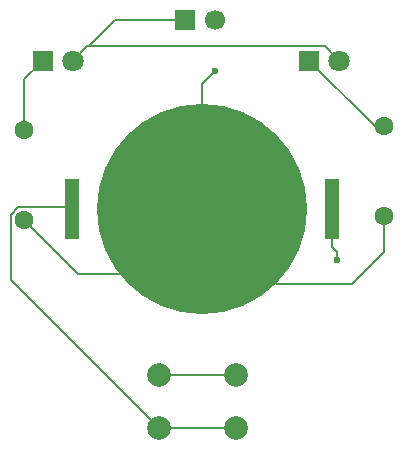
<source format=gbr>
%TF.GenerationSoftware,KiCad,Pcbnew,9.0.2*%
%TF.CreationDate,2025-07-01T17:26:35-07:00*%
%TF.ProjectId,Blinky,426c696e-6b79-42e6-9b69-6361645f7063,rev?*%
%TF.SameCoordinates,Original*%
%TF.FileFunction,Copper,L2,Bot*%
%TF.FilePolarity,Positive*%
%FSLAX46Y46*%
G04 Gerber Fmt 4.6, Leading zero omitted, Abs format (unit mm)*
G04 Created by KiCad (PCBNEW 9.0.2) date 2025-07-01 17:26:35*
%MOMM*%
%LPD*%
G01*
G04 APERTURE LIST*
%TA.AperFunction,ComponentPad*%
%ADD10C,1.600000*%
%TD*%
%TA.AperFunction,SMDPad,CuDef*%
%ADD11C,17.800000*%
%TD*%
%TA.AperFunction,SMDPad,CuDef*%
%ADD12R,1.270000X5.080000*%
%TD*%
%TA.AperFunction,ComponentPad*%
%ADD13C,1.800000*%
%TD*%
%TA.AperFunction,ComponentPad*%
%ADD14R,1.800000X1.800000*%
%TD*%
%TA.AperFunction,ComponentPad*%
%ADD15C,2.000000*%
%TD*%
%TA.AperFunction,ComponentPad*%
%ADD16C,1.700000*%
%TD*%
%TA.AperFunction,ComponentPad*%
%ADD17R,1.700000X1.700000*%
%TD*%
%TA.AperFunction,ViaPad*%
%ADD18C,0.600000*%
%TD*%
%TA.AperFunction,Conductor*%
%ADD19C,0.200000*%
%TD*%
G04 APERTURE END LIST*
D10*
%TO.P,R1,2*%
%TO.N,GND*%
X119800000Y-90210000D03*
%TO.P,R1,1*%
%TO.N,Net-(D1-K)*%
X119800000Y-82590000D03*
%TD*%
D11*
%TO.P,BT1,2,-*%
%TO.N,GND*%
X134900000Y-89258075D03*
D12*
%TO.P,BT1,1,+*%
%TO.N,+3V0*%
X145885000Y-89258075D03*
X123915000Y-89258075D03*
%TD*%
D13*
%TO.P,D1,2,A*%
%TO.N,Net-(D1-A)*%
X123940000Y-76700000D03*
D14*
%TO.P,D1,1,K*%
%TO.N,Net-(D1-K)*%
X121400000Y-76700000D03*
%TD*%
D10*
%TO.P,R2,2*%
%TO.N,GND*%
X150300000Y-89900000D03*
%TO.P,R2,1*%
%TO.N,Net-(D2-K)*%
X150300000Y-82280000D03*
%TD*%
D13*
%TO.P,D2,2,A*%
%TO.N,Net-(D1-A)*%
X146465000Y-76700000D03*
D14*
%TO.P,D2,1,K*%
%TO.N,Net-(D2-K)*%
X143925000Y-76700000D03*
%TD*%
D15*
%TO.P,SW1,1,1*%
%TO.N,Net-(D1-A)*%
X131250000Y-103350000D03*
X137750000Y-103350000D03*
%TO.P,SW1,2,2*%
%TO.N,+3V0*%
X131250000Y-107850000D03*
X137750000Y-107850000D03*
%TD*%
D16*
%TO.P,M1,2,-*%
%TO.N,GND*%
X135965000Y-73300000D03*
D17*
%TO.P,M1,1,+*%
%TO.N,Net-(D1-A)*%
X133425000Y-73300000D03*
%TD*%
D18*
%TO.N,+3V0*%
X146300000Y-93600000D03*
%TO.N,GND*%
X136000000Y-77600000D03*
%TD*%
D19*
%TO.N,+3V0*%
X131250000Y-107850000D02*
X137750000Y-107850000D01*
%TO.N,GND*%
X147600000Y-95600000D02*
X141241925Y-95600000D01*
X136000000Y-77600000D02*
X134900000Y-78700000D01*
%TO.N,+3V0*%
X146300000Y-92900000D02*
X145885000Y-92485000D01*
X146300000Y-93600000D02*
X146300000Y-92900000D01*
X145885000Y-92485000D02*
X145885000Y-89258075D01*
%TO.N,GND*%
X150300000Y-92900000D02*
X147600000Y-95600000D01*
X141241925Y-95600000D02*
X134900000Y-89258075D01*
X134900000Y-78700000D02*
X134900000Y-89258075D01*
X150300000Y-89900000D02*
X150300000Y-92900000D01*
%TO.N,Net-(D1-A)*%
X125300000Y-75499000D02*
X125141000Y-75499000D01*
%TO.N,Net-(D2-K)*%
X150300000Y-82280000D02*
X149505000Y-82280000D01*
%TO.N,Net-(D1-K)*%
X119800000Y-82590000D02*
X119800000Y-78300000D01*
%TO.N,Net-(D2-K)*%
X149505000Y-82280000D02*
X143925000Y-76700000D01*
%TO.N,Net-(D1-A)*%
X146465000Y-76700000D02*
X145264000Y-75499000D01*
X125141000Y-75499000D02*
X123940000Y-76700000D01*
X131250000Y-103350000D02*
X137750000Y-103350000D01*
X133425000Y-73300000D02*
X127499000Y-73300000D01*
%TO.N,Net-(D1-K)*%
X119800000Y-78300000D02*
X121400000Y-76700000D01*
%TO.N,GND*%
X138158075Y-89258075D02*
X134900000Y-89258075D01*
%TO.N,+3V0*%
X118699000Y-89753950D02*
X119343950Y-89109000D01*
X119343950Y-89109000D02*
X123765925Y-89109000D01*
X118699000Y-95299000D02*
X118699000Y-89753950D01*
X131250000Y-107850000D02*
X118699000Y-95299000D01*
%TO.N,Net-(D1-A)*%
X127499000Y-73300000D02*
X125300000Y-75499000D01*
X145264000Y-75499000D02*
X125300000Y-75499000D01*
%TO.N,+3V0*%
X123765925Y-89109000D02*
X123915000Y-89258075D01*
%TO.N,GND*%
X129358075Y-94800000D02*
X134900000Y-89258075D01*
X119800000Y-90210000D02*
X124390000Y-94800000D01*
X124390000Y-94800000D02*
X129358075Y-94800000D01*
%TD*%
M02*

</source>
